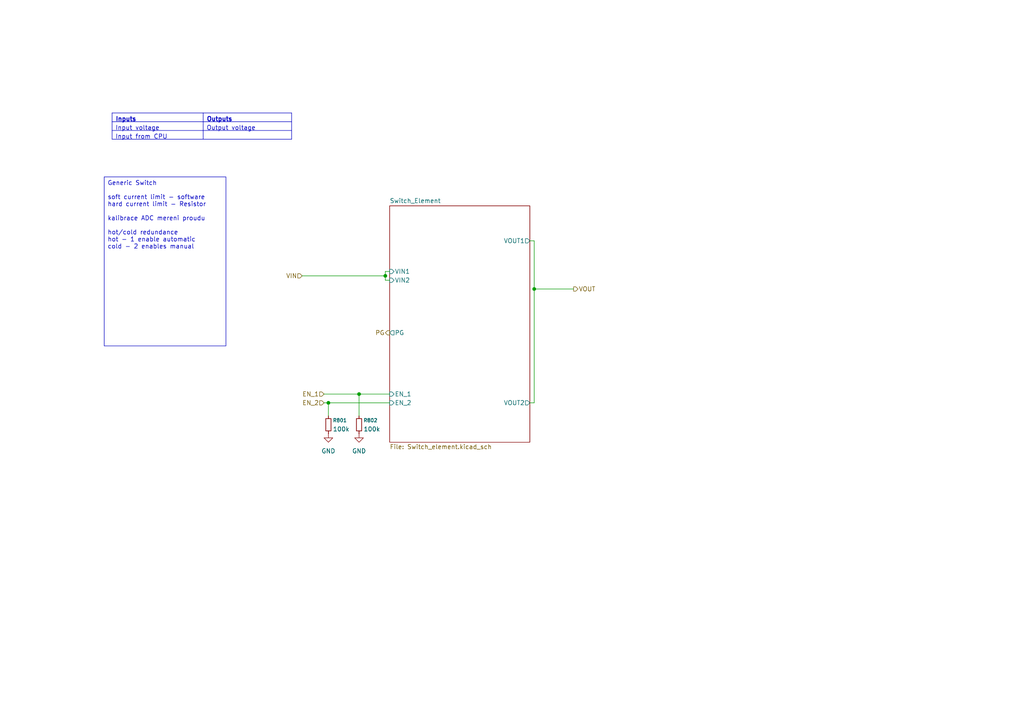
<source format=kicad_sch>
(kicad_sch (version 20250114) (generator "eeschema") (generator_version "9.0")
  (paper "A4")
  (lib_symbols
    (symbol "Device:R_Small" (pin_numbers (hide yes)) (pin_names (offset 0.254) (hide yes))
      (property "Reference" "R" (at 0 0 90))
      (property "Value" "R_Small" (at 1.778 0 90))
      (symbol "R_Small_0_1"
        (rectangle (start -0.762 1.778) (end 0.762 -1.778) (stroke (width 0.2032)))
      )
      (symbol "R_Small_1_1"
        (pin passive line (at 0 2.54 270) (length 0.762) (name "~") (number "1"))
        (pin passive line (at 0 -2.54 90) (length 0.762) (name "~") (number "2"))
      )
    )
    (symbol "power:GND" (power) (pin_numbers (hide yes)) (pin_names (offset 0) (hide yes))
      (property "Value" "GND" (at 0 -3.81 0))
      (symbol "GND_0_1"
        (polyline (pts (xy 0 0) (xy 0 -1.27) (xy 1.27 -1.27) (xy 0 -2.54) (xy -1.27 -1.27) (xy 0 -1.27)))
      )
      (symbol "GND_1_1"
        (pin power_in line (at 0 0 270) (length 0) (name "~") (number "1"))
      )
    )
  )
  (text_box "Generic Switch\n\nsoft current limit - software\nhard current limit - Resistor\n\nkalibrace ADC mereni proudu\n\nhot/cold redundance\nhot - 1 enable automatic\ncold - 2 enables manual" (at 30.226 51.308 0) (size 35.306 49.022) (margins 0.9525 0.9525 0.9525 0.9525) (effects (font (size 1.27 1.27)) (justify left top)))
  (junction (at 95.25 116.84))
  (junction (at 111.76 80.01))
  (junction (at 154.94 83.82))
  (junction (at 104.14 114.3))
  (wire (pts (xy 95.25 116.84) (xy 113.03 116.84)))
  (wire (pts (xy 95.25 120.65) (xy 95.25 116.84)))
  (wire (pts (xy 113.03 81.28) (xy 111.76 81.28)))
  (wire (pts (xy 93.98 116.84) (xy 95.25 116.84)))
  (wire (pts (xy 104.14 114.3) (xy 113.03 114.3)))
  (wire (pts (xy 93.98 114.3) (xy 104.14 114.3)))
  (wire (pts (xy 154.94 83.82) (xy 154.94 116.84)))
  (wire (pts (xy 154.94 69.85) (xy 154.94 83.82)))
  (wire (pts (xy 111.76 78.74) (xy 113.03 78.74)))
  (wire (pts (xy 104.14 120.65) (xy 104.14 114.3)))
  (wire (pts (xy 154.94 83.82) (xy 166.37 83.82)))
  (wire (pts (xy 87.63 80.01) (xy 111.76 80.01)))
  (wire (pts (xy 153.67 69.85) (xy 154.94 69.85)))
  (wire (pts (xy 111.76 80.01) (xy 111.76 78.74)))
  (wire (pts (xy 111.76 81.28) (xy 111.76 80.01)))
  (wire (pts (xy 153.67 116.84) (xy 154.94 116.84)))
  (table (column_count 2) (border (external yes) (header yes)) (separators (rows yes) (cols yes)) (column_widths 26.416 25.654) (row_heights 2.54 2.54 2.54) (cells (table_cell "Inputs" (at 32.512 32.766 0) (size 26.416 2.54) (margins 0.9525 0.9525 0.9525 0.9525) (span 1 1)) (table_cell "Outputs" (at 58.928 32.766 0) (size 25.654 2.54) (margins 0.9525 0.9525 0.9525 0.9525) (span 1 1)) (table_cell "Input voltage" (at 32.512 35.306 0) (size 26.416 2.54) (margins 0.9525 0.9525 0.9525 0.9525) (span 1 1)) (table_cell "Output voltage" (at 58.928 35.306 0) (size 25.654 2.54) (margins 0.9525 0.9525 0.9525 0.9525) (span 1 1)) (table_cell "Input from CPU" (at 32.512 37.846 0) (size 26.416 2.54) (margins 0.9525 0.9525 0.9525 0.9525) (span 1 1)) (table_cell "" (at 58.928 37.846 0) (size 25.654 2.54) (margins 0.9525 0.9525 0.9525 0.9525) (span 1 1))))
  (hierarchical_label "EN_1" (shape input) (at 93.98 114.3 180))
  (hierarchical_label "VOUT" (shape output) (at 166.37 83.82 0))
  (hierarchical_label "PG" (shape output) (at 113.03 96.52 180))
  (hierarchical_label "VIN" (shape input) (at 87.63 80.01 180))
  (hierarchical_label "EN_2" (shape input) (at 93.98 116.84 180))
  (symbol (lib_id "Device:R_Small") (at 95.25 123.19 180) (unit 1)
    (property "Reference" "R801" (at 96.52 121.92 0) (effects (font (size 1.016 1.016)) (justify right)))
    (property "Value" "100k" (at 96.52 124.46 0) (effects (justify right)))
    (property "Footprint" "Resistor_SMD:R_0603_1608Metric_Pad0.98x0.95mm_HandSolder" (effects (hide yes)))
    (property "Description" "Resistor, small symbol" (effects (hide yes)))
    (instances (project "TEST_PCB" (path "" (reference "R801") (unit 1))) (project "EPS_CORE" (path "" (reference "R?") (unit 1)) (path "" (reference "R?") (unit 1)) (path "" (reference "R?") (unit 1)) (path "" (reference "R?") (unit 1))) (project "EPS" (path "" (reference "R4001") (unit 1)) (path "" (reference "R3601") (unit 1)) (path "" (reference "R3801") (unit 1)) (path "" (reference "R5401") (unit 1)) (path "" (reference "R5301") (unit 1)) (path "" (reference "R6101") (unit 1)) (path "" (reference "R5801") (unit 1))))
  )
  (symbol (lib_id "Device:R_Small") (at 104.14 123.19 180) (unit 1)
    (property "Reference" "R802" (at 105.41 121.92 0) (effects (font (size 1.016 1.016)) (justify right)))
    (property "Value" "100k" (at 105.41 124.46 0) (effects (justify right)))
    (property "Footprint" "Resistor_SMD:R_0603_1608Metric_Pad0.98x0.95mm_HandSolder" (effects (hide yes)))
    (property "Description" "Resistor, small symbol" (effects (hide yes)))
    (instances (project "TEST_PCB" (path "" (reference "R802") (unit 1))) (project "EPS_CORE" (path "" (reference "R?") (unit 1)) (path "" (reference "R?") (unit 1)) (path "" (reference "R?") (unit 1)) (path "" (reference "R?") (unit 1))) (project "EPS" (path "" (reference "R4002") (unit 1)) (path "" (reference "R3602") (unit 1)) (path "" (reference "R3802") (unit 1)) (path "" (reference "R5402") (unit 1)) (path "" (reference "R5302") (unit 1)) (path "" (reference "R6102") (unit 1)) (path "" (reference "R5802") (unit 1))))
  )
  (symbol (lib_id "power:GND") (at 95.25 125.73 0) (unit 1)
    (property "Reference" "#PWR0165" (effects (hide yes)))
    (property "Value" "GND" (at 95.25 130.81 0))
    (property "Description" "Power symbol creates a global label with name \"GND\" , ground" (effects (hide yes)))
    (instances (project "TEST_PCB" (path "" (reference "#PWR0165") (unit 1))) (project "EPS_CORE" (path "" (reference "#PWR?") (unit 1)) (path "" (reference "#PWR?") (unit 1)) (path "" (reference "#PWR?") (unit 1)) (path "" (reference "#PWR?") (unit 1))) (project "EPS" (path "" (reference "#PWR04001") (unit 1)) (path "" (reference "#PWR03601") (unit 1)) (path "" (reference "#PWR03801") (unit 1)) (path "" (reference "#PWR05401") (unit 1)) (path "" (reference "#PWR05301") (unit 1)) (path "" (reference "#PWR06101") (unit 1)) (path "" (reference "#PWR05801") (unit 1))))
  )
  (symbol (lib_id "power:GND") (at 104.14 125.73 0) (unit 1)
    (property "Reference" "#PWR0166" (effects (hide yes)))
    (property "Value" "GND" (at 104.14 130.81 0))
    (property "Description" "Power symbol creates a global label with name \"GND\" , ground" (effects (hide yes)))
    (instances (project "TEST_PCB" (path "" (reference "#PWR0166") (unit 1))) (project "EPS_CORE" (path "" (reference "#PWR?") (unit 1)) (path "" (reference "#PWR?") (unit 1)) (path "" (reference "#PWR?") (unit 1)) (path "" (reference "#PWR?") (unit 1))) (project "EPS" (path "" (reference "#PWR04002") (unit 1)) (path "" (reference "#PWR03602") (unit 1)) (path "" (reference "#PWR03802") (unit 1)) (path "" (reference "#PWR05402") (unit 1)) (path "" (reference "#PWR05302") (unit 1)) (path "" (reference "#PWR06102") (unit 1)) (path "" (reference "#PWR05802") (unit 1))))
  )
  (sheet (at 113.03 59.69) (size 40.64 68.58) (stroke (width 0.1524))
    (property "Sheetname" "Switch_Element" (at 113.03 58.9784 0) (effects (justify left bottom)))
    (property "Sheetfile" "Switch_element.kicad_sch" (at 113.03 128.8546 0) (effects (justify left top)))
    (pin "EN_1" input (at 113.03 114.3 180))
    (pin "EN_2" input (at 113.03 116.84 180))
    (pin "PG" output (at 113.03 96.52 180))
    (pin "VIN1" input (at 113.03 78.74 180))
    (pin "VIN2" input (at 113.03 81.28 180))
    (pin "VOUT1" output (at 153.67 69.85 0))
    (pin "VOUT2" output (at 153.67 116.84 0))
  )
)
</source>
